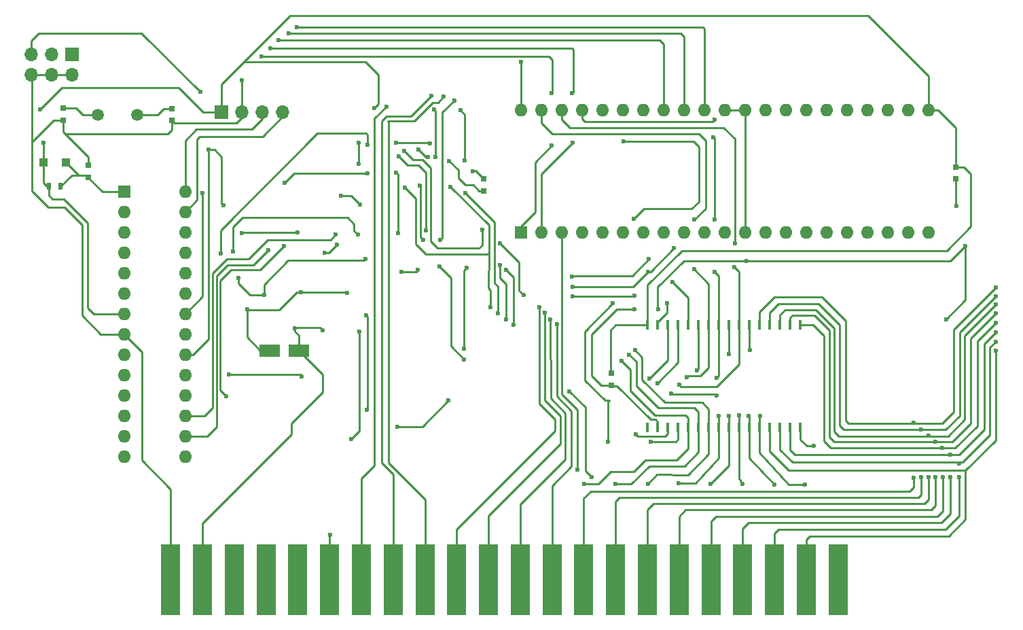
<source format=gbr>
G04 #@! TF.FileFunction,Copper,L1,Top,Signal*
%FSLAX46Y46*%
G04 Gerber Fmt 4.6, Leading zero omitted, Abs format (unit mm)*
G04 Created by KiCad (PCBNEW 4.0.7) date 07/29/18 09:02:33*
%MOMM*%
%LPD*%
G01*
G04 APERTURE LIST*
%ADD10C,0.100000*%
%ADD11R,1.600000X1.600000*%
%ADD12O,1.600000X1.600000*%
%ADD13R,0.750000X0.800000*%
%ADD14R,2.600000X1.600000*%
%ADD15R,1.100000X1.100000*%
%ADD16R,1.700000X1.700000*%
%ADD17O,1.700000X1.700000*%
%ADD18R,0.500000X0.900000*%
%ADD19C,1.500000*%
%ADD20R,2.400000X8.800000*%
%ADD21R,0.400000X1.200000*%
%ADD22C,0.600000*%
%ADD23C,0.250000*%
G04 APERTURE END LIST*
D10*
D11*
X109080300Y-60985400D03*
D12*
X159880300Y-45745400D03*
X111620300Y-60985400D03*
X157340300Y-45745400D03*
X114160300Y-60985400D03*
X154800300Y-45745400D03*
X116700300Y-60985400D03*
X152260300Y-45745400D03*
X119240300Y-60985400D03*
X149720300Y-45745400D03*
X121780300Y-60985400D03*
X147180300Y-45745400D03*
X124320300Y-60985400D03*
X144640300Y-45745400D03*
X126860300Y-60985400D03*
X142100300Y-45745400D03*
X129400300Y-60985400D03*
X139560300Y-45745400D03*
X131940300Y-60985400D03*
X137020300Y-45745400D03*
X134480300Y-60985400D03*
X134480300Y-45745400D03*
X137020300Y-60985400D03*
X131940300Y-45745400D03*
X139560300Y-60985400D03*
X129400300Y-45745400D03*
X142100300Y-60985400D03*
X126860300Y-45745400D03*
X144640300Y-60985400D03*
X124320300Y-45745400D03*
X147180300Y-60985400D03*
X121780300Y-45745400D03*
X149720300Y-60985400D03*
X119240300Y-45745400D03*
X152260300Y-60985400D03*
X116700300Y-45745400D03*
X154800300Y-60985400D03*
X114160300Y-45745400D03*
X157340300Y-60985400D03*
X111620300Y-45745400D03*
X159880300Y-60985400D03*
X109080300Y-45745400D03*
D13*
X55118000Y-52678900D03*
X55118000Y-54178900D03*
X51968400Y-45541500D03*
X51968400Y-47041500D03*
X65570100Y-47079600D03*
X65570100Y-45579600D03*
D14*
X81345180Y-75717400D03*
X77745180Y-75717400D03*
D13*
X163220400Y-54356700D03*
X163220400Y-52856700D03*
X120309640Y-80043720D03*
X120309640Y-78543720D03*
X104404160Y-55817200D03*
X104404160Y-54317200D03*
D15*
X49539700Y-52273200D03*
X52339700Y-52273200D03*
D16*
X71755000Y-46062900D03*
D17*
X74295000Y-46062900D03*
X76835000Y-46062900D03*
X79375000Y-46062900D03*
D18*
X50189700Y-55295800D03*
X51689700Y-55295800D03*
D19*
X61188600Y-46329600D03*
X56308600Y-46329600D03*
D11*
X59570620Y-55918100D03*
D12*
X67190620Y-88938100D03*
X59570620Y-58458100D03*
X67190620Y-86398100D03*
X59570620Y-60998100D03*
X67190620Y-83858100D03*
X59570620Y-63538100D03*
X67190620Y-81318100D03*
X59570620Y-66078100D03*
X67190620Y-78778100D03*
X59570620Y-68618100D03*
X67190620Y-76238100D03*
X59570620Y-71158100D03*
X67190620Y-73698100D03*
X59570620Y-73698100D03*
X67190620Y-71158100D03*
X59570620Y-76238100D03*
X67190620Y-68618100D03*
X59570620Y-78778100D03*
X67190620Y-66078100D03*
X59570620Y-81318100D03*
X67190620Y-63538100D03*
X59570620Y-83858100D03*
X67190620Y-60998100D03*
X59570620Y-86398100D03*
X67190620Y-58458100D03*
X59570620Y-88938100D03*
X67190620Y-55918100D03*
D20*
X65399940Y-104279120D03*
X69359940Y-104279120D03*
X73319940Y-104279120D03*
X77279940Y-104279120D03*
X81239940Y-104279120D03*
X85199940Y-104279120D03*
X89159940Y-104279120D03*
X93119940Y-104279120D03*
X97079940Y-104279120D03*
X101039940Y-104279120D03*
X104999940Y-104279120D03*
X108959940Y-104279120D03*
X112919940Y-104279120D03*
X120839940Y-104279120D03*
X140639940Y-104279120D03*
X116879940Y-104279120D03*
X128759940Y-104279120D03*
X148559940Y-104279120D03*
X144599940Y-104279120D03*
X124799940Y-104279120D03*
X136679940Y-104279120D03*
X132719940Y-104279120D03*
D21*
X124835700Y-85343200D03*
X126105700Y-85343200D03*
X127375700Y-85343200D03*
X128645700Y-85343200D03*
X129915700Y-85343200D03*
X131185700Y-85343200D03*
X132455700Y-85343200D03*
X133725700Y-85343200D03*
X134995700Y-85343200D03*
X136265700Y-85343200D03*
X137535700Y-85343200D03*
X138805700Y-85343200D03*
X140075700Y-85343200D03*
X141345700Y-85343200D03*
X142615700Y-85343200D03*
X143885700Y-85343200D03*
X143885700Y-72543200D03*
X142615700Y-72543200D03*
X141345700Y-72543200D03*
X140075700Y-72543200D03*
X138805700Y-72543200D03*
X137535700Y-72543200D03*
X136265700Y-72543200D03*
X134995700Y-72543200D03*
X133725700Y-72543200D03*
X132455700Y-72543200D03*
X131185700Y-72543200D03*
X129915700Y-72543200D03*
X128645700Y-72543200D03*
X127375700Y-72543200D03*
X126105700Y-72543200D03*
X124835700Y-72543200D03*
D16*
X53080000Y-38810000D03*
D17*
X53080000Y-41350000D03*
X50540000Y-38810000D03*
X50540000Y-41350000D03*
X48000000Y-38810000D03*
X48000000Y-41350000D03*
D22*
X92313760Y-45318680D03*
X97845880Y-44033440D03*
X99410520Y-44089320D03*
X158899860Y-85587840D03*
X158945580Y-91531440D03*
X168264840Y-68961000D03*
X163644580Y-91531440D03*
X163644580Y-89771220D03*
X168211500Y-74622660D03*
X158021020Y-84764880D03*
X158028640Y-91559380D03*
X168264840Y-67856100D03*
X160710880Y-87061040D03*
X160710880Y-91503500D03*
X168244520Y-71120000D03*
X168211500Y-75742800D03*
X159872680Y-86365080D03*
X159872680Y-91531440D03*
X168249600Y-70027800D03*
X162582860Y-91531440D03*
X162526980Y-88681560D03*
X168226740Y-73426320D03*
X161604960Y-91531440D03*
X161549080Y-87871300D03*
X168234360Y-72245220D03*
X130675380Y-59428380D03*
X130619500Y-65603120D03*
X129753360Y-79014320D03*
X116090700Y-90525600D03*
X130982720Y-78176120D03*
X122488960Y-76220320D03*
X120802400Y-92334080D03*
X137447020Y-83840320D03*
X140634720Y-92400120D03*
X121594880Y-77002640D03*
X116890800Y-92354400D03*
X133692900Y-83875880D03*
X128727200Y-92273120D03*
X138828780Y-83850480D03*
X144414240Y-92415360D03*
X123243340Y-75661520D03*
X124876560Y-92339160D03*
X136207500Y-83781900D03*
X136672320Y-92339160D03*
X134978140Y-83875880D03*
X132664200Y-92354400D03*
X100076000Y-52100480D03*
X97495360Y-51592480D03*
X96276160Y-50698400D03*
X74942700Y-70561200D03*
X88833960Y-52486560D03*
X88849200Y-49880520D03*
X86593680Y-56418480D03*
X89001600Y-57561480D03*
X87340440Y-68564760D03*
X81612740Y-68508880D03*
X123200160Y-70591680D03*
X74264520Y-42021760D03*
X162039300Y-71856600D03*
X145580100Y-87630000D03*
X163337240Y-57724040D03*
X164454840Y-62697360D03*
X137129520Y-64541400D03*
X69342000Y-56121300D03*
X126126240Y-70591680D03*
X103022400Y-53421280D03*
X71932800Y-57645300D03*
X81158080Y-60980320D03*
X74228960Y-61102240D03*
X73842880Y-66669920D03*
X101478080Y-45789280D03*
X102047040Y-52059840D03*
X90799920Y-45491400D03*
X77022960Y-68808600D03*
X89626440Y-64358520D03*
X102260400Y-65440560D03*
X101909880Y-75514200D03*
X94137480Y-65913000D03*
X96225360Y-65684400D03*
X80886300Y-72961500D03*
X84353400Y-73228200D03*
X70104000Y-50673000D03*
X49491900Y-49872900D03*
X49149000Y-45720000D03*
X89725500Y-71361300D03*
X89801700Y-83096100D03*
X115100100Y-80810100D03*
X117881400Y-91516200D03*
X134950200Y-76192380D03*
X137576560Y-75633580D03*
X119900700Y-87134700D03*
X120510300Y-69837300D03*
X125234700Y-87096600D03*
X133162040Y-46967140D03*
X133050280Y-49146460D03*
X133162040Y-59428380D03*
X133162040Y-65910460D03*
X133441440Y-79126080D03*
X133441440Y-81305400D03*
X127797560Y-81081880D03*
X135760460Y-62390020D03*
X135676640Y-65323720D03*
X128747520Y-80020160D03*
X88887300Y-73380600D03*
X87896700Y-86715600D03*
X125082300Y-79209900D03*
X85267800Y-98679000D03*
X126034800Y-79781400D03*
X111350000Y-70340000D03*
X105240000Y-70320000D03*
X100238560Y-55331360D03*
X94604840Y-55432960D03*
X112010000Y-71030000D03*
X106199940Y-71079360D03*
X102108000Y-56123840D03*
X112720000Y-71850000D03*
X107180000Y-71830000D03*
X106436160Y-65044320D03*
X93817440Y-51551840D03*
X97170240Y-60797440D03*
X113530000Y-72480000D03*
X107167680Y-65633600D03*
X108140000Y-72560000D03*
X94465140Y-50850800D03*
X104200960Y-60675520D03*
X69070000Y-43510000D03*
X78828900Y-37071300D03*
X77571600Y-63207900D03*
X80124300Y-36233100D03*
X85953600Y-61264800D03*
X81089500Y-35420300D03*
X72313800Y-81381600D03*
X79476600Y-62750700D03*
X77838300Y-38061900D03*
X115443000Y-43662600D03*
X115481100Y-49872900D03*
X106456480Y-62362080D03*
X81724500Y-78981300D03*
X72656700Y-78752700D03*
X109362240Y-68844160D03*
X112890300Y-50215800D03*
X112890300Y-43700700D03*
X76733400Y-39090600D03*
X93692980Y-61104780D03*
X93497400Y-53568600D03*
X89954100Y-53682900D03*
X79629000Y-54864000D03*
X73131680Y-63357760D03*
X88696800Y-61285120D03*
X96885760Y-61976000D03*
X96479360Y-55148480D03*
X109042200Y-39738300D03*
X71589900Y-63627000D03*
X89877900Y-50101500D03*
X93459300Y-49872900D03*
X97726500Y-49949100D03*
X93611700Y-85191600D03*
X100012500Y-81953100D03*
X115458240Y-67828160D03*
X123367800Y-86182200D03*
X124891800Y-65913000D03*
X128130300Y-62979300D03*
X115437920Y-66487040D03*
X125008640Y-64333120D03*
X121846340Y-49705260D03*
X123103640Y-59344560D03*
X127909320Y-67167760D03*
X127284480Y-69860160D03*
X123200160Y-68864480D03*
X115458240Y-68945760D03*
X98999040Y-61955680D03*
X100766880Y-44561760D03*
X101981000Y-76835000D03*
X98879660Y-65239900D03*
X98374200Y-51587400D03*
X98221800Y-45681900D03*
X86144100Y-62560200D03*
X84620100Y-63588900D03*
D23*
X89159940Y-91667740D02*
X89159940Y-104279120D01*
X90805000Y-90022680D02*
X89159940Y-91667740D01*
X90805000Y-46827440D02*
X90805000Y-90022680D01*
X92313760Y-45318680D02*
X90805000Y-46827440D01*
X93096080Y-91140280D02*
X93096080Y-104255260D01*
X97845880Y-44033440D02*
X95331280Y-46548040D01*
X95331280Y-46548040D02*
X92313760Y-46548040D01*
X92313760Y-46548040D02*
X91699080Y-47162720D01*
X91699080Y-47162720D02*
X91699080Y-89743280D01*
X91699080Y-89743280D02*
X93096080Y-91140280D01*
X93096080Y-91140280D02*
X93119940Y-91164140D01*
X97079940Y-94255460D02*
X97079940Y-104279120D01*
X92577920Y-89753440D02*
X97079940Y-94255460D01*
X92577920Y-47307078D02*
X92577920Y-89753440D01*
X92423402Y-47152560D02*
X92577920Y-47307078D01*
X95737680Y-47152560D02*
X92423402Y-47152560D01*
X98084640Y-44805600D02*
X95737680Y-47152560D01*
X98694240Y-44805600D02*
X98084640Y-44805600D01*
X99410520Y-44089320D02*
X98694240Y-44805600D01*
X158899860Y-85587840D02*
X158899860Y-85608160D01*
X158899860Y-85608160D02*
X158899860Y-85587840D01*
X158899860Y-85587840D02*
X158899860Y-85608160D01*
X120839940Y-104279120D02*
X120839940Y-94577460D01*
X158945580Y-93687900D02*
X158945580Y-91531440D01*
X158587440Y-94046040D02*
X158945580Y-93687900D01*
X121371360Y-94046040D02*
X158587440Y-94046040D01*
X120839940Y-94577460D02*
X121371360Y-94046040D01*
X140075700Y-72543200D02*
X140075700Y-71038940D01*
X163728400Y-73497440D02*
X168264840Y-68961000D01*
X163728400Y-83847940D02*
X163728400Y-73497440D01*
X161968180Y-85608160D02*
X163728400Y-83847940D01*
X149255480Y-85608160D02*
X158899860Y-85608160D01*
X158899860Y-85608160D02*
X161968180Y-85608160D01*
X148752560Y-85105240D02*
X149255480Y-85608160D01*
X148752560Y-72532240D02*
X148752560Y-85105240D01*
X146154140Y-69933820D02*
X148752560Y-72532240D01*
X141180820Y-69933820D02*
X146154140Y-69933820D01*
X140075700Y-71038940D02*
X141180820Y-69933820D01*
X140639940Y-104279120D02*
X140639940Y-98498520D01*
X140639940Y-98498520D02*
X141152880Y-97985580D01*
X141152880Y-97985580D02*
X161996120Y-97985580D01*
X161996120Y-97985580D02*
X163644580Y-96337120D01*
X163644580Y-96337120D02*
X163644580Y-91531440D01*
X163644580Y-89771220D02*
X163644580Y-89659460D01*
X163644580Y-89659460D02*
X163644580Y-89771220D01*
X163644580Y-89771220D02*
X163644580Y-89659460D01*
X141345700Y-85343200D02*
X141345700Y-88120000D01*
X167500300Y-75333860D02*
X168211500Y-74622660D01*
X167500300Y-86278720D02*
X167500300Y-75333860D01*
X164119560Y-89659460D02*
X167500300Y-86278720D01*
X142885160Y-89659460D02*
X163644580Y-89659460D01*
X163644580Y-89659460D02*
X164119560Y-89659460D01*
X141345700Y-88120000D02*
X142885160Y-89659460D01*
X116879940Y-104279120D02*
X116879940Y-94150880D01*
X158021020Y-84764880D02*
X158021020Y-84775040D01*
X158028640Y-92732860D02*
X158028640Y-91559380D01*
X157497780Y-93263720D02*
X158028640Y-92732860D01*
X117767100Y-93263720D02*
X157497780Y-93263720D01*
X116879940Y-94150880D02*
X117767100Y-93263720D01*
X138805700Y-72543200D02*
X138805700Y-70917020D01*
X162986720Y-73134220D02*
X168264840Y-67856100D01*
X162986720Y-83332320D02*
X162986720Y-73134220D01*
X161544000Y-84775040D02*
X162986720Y-83332320D01*
X149880320Y-84775040D02*
X158021020Y-84775040D01*
X158021020Y-84775040D02*
X161544000Y-84775040D01*
X149534880Y-84429600D02*
X149880320Y-84775040D01*
X149534880Y-71993760D02*
X149534880Y-84429600D01*
X146588480Y-69047360D02*
X149534880Y-71993760D01*
X140675360Y-69047360D02*
X146588480Y-69047360D01*
X138805700Y-70917020D02*
X140675360Y-69047360D01*
X128759940Y-104279120D02*
X128759940Y-96380580D01*
X160710880Y-95023940D02*
X160710880Y-91503500D01*
X160152080Y-95582740D02*
X160710880Y-95023940D01*
X129557780Y-95582740D02*
X160152080Y-95582740D01*
X128759940Y-96380580D02*
X129557780Y-95582740D01*
X160710880Y-87061040D02*
X160710880Y-87088980D01*
X160710880Y-87088980D02*
X160710880Y-87061040D01*
X160710880Y-87061040D02*
X160710880Y-87088980D01*
X142615700Y-72543200D02*
X142615700Y-71600280D01*
X165097460Y-74267060D02*
X168244520Y-71120000D01*
X165097460Y-84769960D02*
X165097460Y-74267060D01*
X162778440Y-87088980D02*
X165097460Y-84769960D01*
X148071840Y-87088980D02*
X160710880Y-87088980D01*
X160710880Y-87088980D02*
X162778440Y-87088980D01*
X147495260Y-86512400D02*
X148071840Y-87088980D01*
X147495260Y-73230740D02*
X147495260Y-86512400D01*
X145595340Y-71330820D02*
X147495260Y-73230740D01*
X142885160Y-71330820D02*
X145595340Y-71330820D01*
X142615700Y-71600280D02*
X142885160Y-71330820D01*
X144599940Y-104279120D02*
X144599940Y-99288320D01*
X164454840Y-96784160D02*
X164454840Y-90665300D01*
X162415220Y-98823780D02*
X164454840Y-96784160D01*
X145064480Y-98823780D02*
X162415220Y-98823780D01*
X144599940Y-99288320D02*
X145064480Y-98823780D01*
X140075700Y-85343200D02*
X140075700Y-88302880D01*
X168211500Y-86908640D02*
X168211500Y-75742800D01*
X164454840Y-90665300D02*
X168211500Y-86908640D01*
X142438120Y-90665300D02*
X164454840Y-90665300D01*
X140075700Y-88302880D02*
X142438120Y-90665300D01*
X124799940Y-104279120D02*
X124799940Y-95562840D01*
X159872680Y-94269560D02*
X159872680Y-91531440D01*
X159369760Y-94772480D02*
X159872680Y-94269560D01*
X125590300Y-94772480D02*
X159369760Y-94772480D01*
X124799940Y-95562840D02*
X125590300Y-94772480D01*
X159872680Y-86365080D02*
X159872680Y-86390480D01*
X159872680Y-86390480D02*
X159872680Y-86365080D01*
X159872680Y-86365080D02*
X159872680Y-86390480D01*
X141345700Y-72543200D02*
X141345700Y-71277700D01*
X164371020Y-73906380D02*
X168249600Y-70027800D01*
X164371020Y-84322920D02*
X164371020Y-73906380D01*
X162303460Y-86390480D02*
X164371020Y-84322920D01*
X148638260Y-86390480D02*
X159872680Y-86390480D01*
X159872680Y-86390480D02*
X162303460Y-86390480D01*
X148109940Y-85862160D02*
X148638260Y-86390480D01*
X148109940Y-72951340D02*
X148109940Y-85862160D01*
X145818860Y-70660260D02*
X148109940Y-72951340D01*
X141963140Y-70660260D02*
X145818860Y-70660260D01*
X141345700Y-71277700D02*
X141963140Y-70660260D01*
X136679940Y-104279120D02*
X136679940Y-97904300D01*
X136679940Y-97904300D02*
X137380980Y-97203260D01*
X137380980Y-97203260D02*
X161465260Y-97203260D01*
X161465260Y-97203260D02*
X162582860Y-96085660D01*
X162582860Y-96085660D02*
X162582860Y-91531440D01*
X142615700Y-85343200D02*
X142615700Y-88132700D01*
X166773860Y-74879200D02*
X168226740Y-73426320D01*
X166773860Y-85552280D02*
X166773860Y-74879200D01*
X163644580Y-88681560D02*
X166773860Y-85552280D01*
X143164560Y-88681560D02*
X162526980Y-88681560D01*
X162526980Y-88681560D02*
X163644580Y-88681560D01*
X142615700Y-88132700D02*
X143164560Y-88681560D01*
X132719940Y-104279120D02*
X132719940Y-97030680D01*
X132719940Y-97030680D02*
X133357620Y-96393000D01*
X133357620Y-96393000D02*
X160934400Y-96393000D01*
X160934400Y-96393000D02*
X161604960Y-95722440D01*
X161604960Y-95722440D02*
X161604960Y-91531440D01*
X161549080Y-87871300D02*
X161549080Y-87899240D01*
X161549080Y-87899240D02*
X161549080Y-87871300D01*
X161549080Y-87871300D02*
X161549080Y-87899240D01*
X143885700Y-72543200D02*
X145438660Y-72543200D01*
X165935660Y-74543920D02*
X168234360Y-72245220D01*
X165935660Y-85161120D02*
X165935660Y-74543920D01*
X163197540Y-87899240D02*
X165935660Y-85161120D01*
X147662900Y-87899240D02*
X161549080Y-87899240D01*
X161549080Y-87899240D02*
X163197540Y-87899240D01*
X146796760Y-87033100D02*
X147662900Y-87899240D01*
X146796760Y-73901300D02*
X146796760Y-87033100D01*
X145438660Y-72543200D02*
X146796760Y-73901300D01*
X157340300Y-60985400D02*
X157340300Y-60261500D01*
X132455700Y-72543200D02*
X132455700Y-67439320D01*
X111620300Y-47386240D02*
X111620300Y-45745400D01*
X112989360Y-48755300D02*
X111620300Y-47386240D01*
X131234180Y-48755300D02*
X112989360Y-48755300D01*
X132072380Y-49593500D02*
X131234180Y-48755300D01*
X132072380Y-58031380D02*
X132072380Y-49593500D01*
X130675380Y-59428380D02*
X132072380Y-58031380D01*
X132455700Y-67439320D02*
X130619500Y-65603120D01*
X132455700Y-77876620D02*
X132455700Y-72543200D01*
X131429760Y-78902560D02*
X132455700Y-77876620D01*
X129865120Y-78902560D02*
X131429760Y-78902560D01*
X129753360Y-79014320D02*
X129865120Y-78902560D01*
X114160300Y-60985400D02*
X114160300Y-81165700D01*
X116090700Y-83096100D02*
X116090700Y-90525600D01*
X114160300Y-81165700D02*
X116090700Y-83096100D01*
X131185700Y-77973140D02*
X131185700Y-72543200D01*
X130982720Y-78176120D02*
X131185700Y-77973140D01*
X131185700Y-83408300D02*
X131185700Y-85343200D01*
X130647440Y-82870040D02*
X131185700Y-83408300D01*
X126149100Y-82870040D02*
X130647440Y-82870040D01*
X123410980Y-80131920D02*
X126149100Y-82870040D01*
X123410980Y-77142340D02*
X123410980Y-80131920D01*
X122488960Y-76220320D02*
X123410980Y-77142340D01*
X131185700Y-85343200D02*
X131185700Y-88384600D01*
X122793760Y-92334080D02*
X120802400Y-92334080D01*
X125082300Y-90144600D02*
X122793760Y-92334080D01*
X129425700Y-90144600D02*
X125082300Y-90144600D01*
X131185700Y-88384600D02*
X129425700Y-90144600D01*
X137517920Y-83911220D02*
X137535700Y-85343200D01*
X137447020Y-83840320D02*
X137517920Y-83911220D01*
X137535700Y-85343200D02*
X137535700Y-89148700D01*
X137535700Y-89148700D02*
X140634720Y-92400120D01*
X129915700Y-84149980D02*
X129915700Y-85343200D01*
X129529840Y-83764120D02*
X129915700Y-84149980D01*
X125702060Y-83764120D02*
X129529840Y-83764120D01*
X122712480Y-80774540D02*
X125702060Y-83764120D01*
X122712480Y-78120240D02*
X122712480Y-80774540D01*
X121594880Y-77002640D02*
X122712480Y-78120240D01*
X129915700Y-85343200D02*
X129915700Y-87940100D01*
X118681500Y-92354400D02*
X116890800Y-92354400D01*
X120205500Y-90830400D02*
X118681500Y-92354400D01*
X123139200Y-90830400D02*
X120205500Y-90830400D01*
X124548900Y-89420700D02*
X123139200Y-90830400D01*
X128435100Y-89420700D02*
X124548900Y-89420700D01*
X129915700Y-87940100D02*
X128435100Y-89420700D01*
X133725700Y-83908680D02*
X133725700Y-85343200D01*
X133692900Y-83875880D02*
X133725700Y-83908680D01*
X133725700Y-85343200D02*
X133725700Y-89121200D01*
X130799840Y-92273120D02*
X128727200Y-92273120D01*
X133725700Y-89121200D02*
X130799840Y-92273120D01*
X138805700Y-83873560D02*
X138805700Y-85343200D01*
X138828780Y-83850480D02*
X138805700Y-83873560D01*
X138805700Y-85343200D02*
X138805700Y-88475600D01*
X142433040Y-92400120D02*
X144414240Y-92415360D01*
X138805700Y-88475600D02*
X142433040Y-92400120D01*
X132455700Y-83001900D02*
X132455700Y-85343200D01*
X131681220Y-82227420D02*
X132455700Y-83001900D01*
X126987300Y-82227420D02*
X131681220Y-82227420D01*
X124137420Y-79377540D02*
X126987300Y-82227420D01*
X124137420Y-76555600D02*
X124137420Y-79377540D01*
X123243340Y-75661520D02*
X124137420Y-76555600D01*
X132455700Y-85343200D02*
X132455700Y-88638600D01*
X126019560Y-91196160D02*
X124876560Y-92339160D01*
X129882900Y-91211400D02*
X126019560Y-91196160D01*
X132455700Y-88638600D02*
X129882900Y-91211400D01*
X136207500Y-83781900D02*
X136265700Y-83840100D01*
X136265700Y-83840100D02*
X136265700Y-85343200D01*
X136265700Y-85343200D02*
X136265700Y-91688700D01*
X136265700Y-91688700D02*
X136672320Y-92339160D01*
X134978140Y-85325640D02*
X134978140Y-83875880D01*
X134978140Y-85325640D02*
X134995700Y-85343200D01*
X134995700Y-85343200D02*
X134995700Y-90022900D01*
X134995700Y-90022900D02*
X132664200Y-92354400D01*
X65399940Y-104279120D02*
X65399940Y-93029940D01*
X61780000Y-75907480D02*
X59570620Y-73698100D01*
X61780000Y-89410000D02*
X61780000Y-75907480D01*
X65399940Y-93029940D02*
X61780000Y-89410000D01*
X50540000Y-41350000D02*
X53080000Y-41350000D01*
X48000000Y-41350000D02*
X50540000Y-41350000D01*
X48082200Y-49796700D02*
X48072200Y-41422200D01*
X48072200Y-41422200D02*
X48000000Y-41350000D01*
X103813040Y-55817200D02*
X104404160Y-55817200D01*
X103103680Y-55107840D02*
X103813040Y-55817200D01*
X102087680Y-55107840D02*
X103103680Y-55107840D01*
X101234240Y-54254400D02*
X102087680Y-55107840D01*
X101234240Y-53258720D02*
X101234240Y-54254400D01*
X100076000Y-52100480D02*
X101234240Y-53258720D01*
X97170240Y-51592480D02*
X97495360Y-51592480D01*
X96276160Y-50698400D02*
X97170240Y-51592480D01*
X134480300Y-45745400D02*
X137020300Y-45745400D01*
X77745180Y-75717400D02*
X76583540Y-75717400D01*
X76583540Y-75717400D02*
X74942700Y-74076560D01*
X74942700Y-74076560D02*
X74942700Y-70561200D01*
X81071720Y-68508880D02*
X81612740Y-68508880D01*
X78943200Y-70637400D02*
X81071720Y-68508880D01*
X75018900Y-70637400D02*
X78943200Y-70637400D01*
X74942700Y-70561200D02*
X75018900Y-70637400D01*
X88833960Y-49895760D02*
X88833960Y-52486560D01*
X88849200Y-49880520D02*
X88833960Y-49895760D01*
X87858600Y-56418480D02*
X86593680Y-56418480D01*
X89001600Y-57561480D02*
X87858600Y-56418480D01*
X87340440Y-68564760D02*
X87284560Y-68508880D01*
X87284560Y-68508880D02*
X81612740Y-68508880D01*
X120309640Y-80043720D02*
X119017480Y-80043720D01*
X119017480Y-80043720D02*
X117896640Y-78922880D01*
X117896640Y-78922880D02*
X117896640Y-73720960D01*
X117896640Y-73720960D02*
X121025920Y-70591680D01*
X121025920Y-70591680D02*
X123200160Y-70591680D01*
X126105700Y-85343200D02*
X126105700Y-84663500D01*
X120964960Y-80114140D02*
X120380060Y-80114140D01*
X125194060Y-84343240D02*
X120964960Y-80114140D01*
X125785440Y-84343240D02*
X125194060Y-84343240D01*
X126105700Y-84663500D02*
X125785440Y-84343240D01*
X120380060Y-80114140D02*
X120309640Y-80043720D01*
X74295000Y-42052240D02*
X74295000Y-46062900D01*
X74264520Y-42021760D02*
X74295000Y-42052240D01*
X143885700Y-85343200D02*
X143885700Y-86811900D01*
X164454840Y-69441060D02*
X164454840Y-62697360D01*
X162039300Y-71856600D02*
X164454840Y-69441060D01*
X144703800Y-87630000D02*
X145580100Y-87630000D01*
X143885700Y-86811900D02*
X144703800Y-87630000D01*
X137020300Y-45745400D02*
X137020300Y-60985400D01*
X137129520Y-64541400D02*
X162554920Y-64541400D01*
X163220400Y-57607200D02*
X163220400Y-54356700D01*
X163337240Y-57724040D02*
X163220400Y-57607200D01*
X164398960Y-62697360D02*
X164454840Y-62697360D01*
X162554920Y-64541400D02*
X164398960Y-62697360D01*
X129362200Y-64541400D02*
X137129520Y-64541400D01*
X120309640Y-80043720D02*
X120309640Y-80109060D01*
X126121160Y-85327740D02*
X126105700Y-85343200D01*
X67190620Y-71158100D02*
X67190620Y-71150480D01*
X67190620Y-71150480D02*
X69342000Y-68999100D01*
X69342000Y-68999100D02*
X69342000Y-56121300D01*
X51968400Y-47041500D02*
X50837400Y-47041500D01*
X56667400Y-73698100D02*
X59570620Y-73698100D01*
X54330600Y-71361300D02*
X56667400Y-73698100D01*
X54330600Y-60121800D02*
X54330600Y-64427100D01*
X54330600Y-64427100D02*
X54330600Y-71361300D01*
X52120800Y-57912000D02*
X54330600Y-60121800D01*
X50101500Y-57912000D02*
X52120800Y-57912000D01*
X48082200Y-55892700D02*
X50101500Y-57912000D01*
X48082200Y-49796700D02*
X48082200Y-55892700D01*
X50837400Y-47041500D02*
X48082200Y-49796700D01*
X74295000Y-46062900D02*
X74295000Y-46672500D01*
X74295000Y-46672500D02*
X73571100Y-47396400D01*
X73571100Y-47396400D02*
X65886900Y-47396400D01*
X65886900Y-47396400D02*
X65570100Y-47079600D01*
X65570100Y-47079600D02*
X65570100Y-48196500D01*
X64998600Y-48768000D02*
X52235100Y-48768000D01*
X65570100Y-48196500D02*
X64998600Y-48768000D01*
X51968400Y-47041500D02*
X51968400Y-48501300D01*
X55118000Y-51650900D02*
X55118000Y-52678900D01*
X51968400Y-48501300D02*
X52235100Y-48768000D01*
X52235100Y-48768000D02*
X55118000Y-51650900D01*
X126126240Y-70591680D02*
X126105700Y-70591680D01*
X126105700Y-70591680D02*
X126126240Y-70591680D01*
X126126240Y-70591680D02*
X126105700Y-70591680D01*
X126105700Y-70591680D02*
X126105700Y-67797900D01*
X126105700Y-67797900D02*
X129362200Y-64541400D01*
X103386320Y-53299360D02*
X104404160Y-54317200D01*
X103144320Y-53299360D02*
X103386320Y-53299360D01*
X103022400Y-53421280D02*
X103144320Y-53299360D01*
X70827900Y-50673000D02*
X70104000Y-50673000D01*
X71742300Y-51587400D02*
X70827900Y-50673000D01*
X71742300Y-57454800D02*
X71742300Y-51587400D01*
X71932800Y-57645300D02*
X71742300Y-57454800D01*
X69359940Y-104279120D02*
X69359940Y-97274220D01*
X84322920Y-78695140D02*
X81345180Y-75717400D01*
X84322920Y-80914240D02*
X84322920Y-78695140D01*
X80467200Y-84769960D02*
X84322920Y-80914240D01*
X80467200Y-86166960D02*
X80467200Y-84769960D01*
X69359940Y-97274220D02*
X80467200Y-86166960D01*
X81345180Y-75717400D02*
X81345180Y-73829320D01*
X80886300Y-73370440D02*
X80886300Y-72961500D01*
X81345180Y-73829320D02*
X80886300Y-73370440D01*
X77022960Y-68808600D02*
X75290680Y-68808600D01*
X74350880Y-60980320D02*
X81158080Y-60980320D01*
X74228960Y-61102240D02*
X74350880Y-60980320D01*
X73842880Y-67360800D02*
X73842880Y-66669920D01*
X75290680Y-68808600D02*
X73842880Y-67360800D01*
X102047040Y-46358240D02*
X102047040Y-52059840D01*
X102047040Y-46358240D02*
X101478080Y-45789280D01*
X74531220Y-39799260D02*
X89695020Y-39799260D01*
X91257120Y-45034200D02*
X90799920Y-45491400D01*
X91257120Y-41361360D02*
X91257120Y-45034200D01*
X89695020Y-39799260D02*
X91257120Y-41361360D01*
X77022960Y-67497960D02*
X77022960Y-68808600D01*
X80010000Y-64510920D02*
X77022960Y-67497960D01*
X89474040Y-64510920D02*
X80010000Y-64510920D01*
X89626440Y-64358520D02*
X89474040Y-64510920D01*
X101909880Y-65791080D02*
X101909880Y-75514200D01*
X101909880Y-65791080D02*
X102260400Y-65440560D01*
X95996760Y-65913000D02*
X94137480Y-65913000D01*
X96225360Y-65684400D02*
X95996760Y-65913000D01*
X80962500Y-72885300D02*
X80886300Y-72961500D01*
X84010500Y-72885300D02*
X80962500Y-72885300D01*
X84353400Y-73228200D02*
X84010500Y-72885300D01*
X124835700Y-72543200D02*
X120823520Y-72543200D01*
X120197880Y-73168840D02*
X120197880Y-78431960D01*
X120823520Y-72543200D02*
X120197880Y-73168840D01*
X120197880Y-78431960D02*
X120309640Y-78543720D01*
X124835700Y-72543200D02*
X124835700Y-67559140D01*
X164225540Y-52856700D02*
X163220400Y-52856700D01*
X165125400Y-53756560D02*
X164225540Y-52856700D01*
X165125400Y-60294520D02*
X165125400Y-53756560D01*
X162107880Y-63312040D02*
X165125400Y-60294520D01*
X129082800Y-63312040D02*
X162107880Y-63312040D01*
X124835700Y-67559140D02*
X129082800Y-63312040D01*
X159880300Y-45745400D02*
X159880300Y-41582340D01*
X71755000Y-42575480D02*
X71755000Y-46062900D01*
X80299560Y-34030920D02*
X74531220Y-39799260D01*
X74531220Y-39799260D02*
X71755000Y-42575480D01*
X152328880Y-34030920D02*
X80299560Y-34030920D01*
X159880300Y-41582340D02*
X152328880Y-34030920D01*
X67190620Y-76238100D02*
X68199000Y-76238100D01*
X68199000Y-76238100D02*
X70104000Y-74333100D01*
X70104000Y-74333100D02*
X70104000Y-50673000D01*
X59570620Y-71158100D02*
X55765700Y-71158100D01*
X50189700Y-56400000D02*
X50189700Y-55295800D01*
X50673000Y-56883300D02*
X50189700Y-56400000D01*
X52072540Y-56883300D02*
X50673000Y-56883300D01*
X55051960Y-59862720D02*
X52072540Y-56883300D01*
X55051960Y-70444360D02*
X55051960Y-59862720D01*
X55765700Y-71158100D02*
X55051960Y-70444360D01*
X49539700Y-52273200D02*
X49539700Y-54866080D01*
X49539700Y-54866080D02*
X49969420Y-55295800D01*
X49969420Y-55295800D02*
X50189700Y-55295800D01*
X71755000Y-46062900D02*
X69456300Y-46062900D01*
X49539700Y-49920700D02*
X49539700Y-52273200D01*
X49491900Y-49872900D02*
X49539700Y-49920700D01*
X51854100Y-43014900D02*
X49149000Y-45720000D01*
X66408300Y-43014900D02*
X51854100Y-43014900D01*
X69456300Y-46062900D02*
X66408300Y-43014900D01*
X159880300Y-45745400D02*
X161025840Y-45745400D01*
X161025840Y-45745400D02*
X163220400Y-47939960D01*
X163220400Y-47939960D02*
X163220400Y-52856700D01*
X89954100Y-71589900D02*
X89725500Y-71361300D01*
X89954100Y-82943700D02*
X89954100Y-71589900D01*
X89801700Y-83096100D02*
X89954100Y-82943700D01*
X117081300Y-82791300D02*
X115100100Y-80810100D01*
X117081300Y-90716100D02*
X117081300Y-82791300D01*
X117881400Y-91516200D02*
X117081300Y-90716100D01*
X134995700Y-72543200D02*
X134995700Y-76146880D01*
X134995700Y-76146880D02*
X134950200Y-76192380D01*
X137535700Y-75592720D02*
X137535700Y-72543200D01*
X137576560Y-75633580D02*
X137535700Y-75592720D01*
X56308600Y-46329600D02*
X54406800Y-46329600D01*
X53618700Y-45541500D02*
X51968400Y-45541500D01*
X54406800Y-46329600D02*
X53618700Y-45541500D01*
X61188600Y-46329600D02*
X63741300Y-46329600D01*
X64491300Y-45579600D02*
X65570100Y-45579600D01*
X63741300Y-46329600D02*
X64491300Y-45579600D01*
X119900700Y-82143600D02*
X119900700Y-87134700D01*
X120091200Y-81953100D02*
X119900700Y-82143600D01*
X119519700Y-81953100D02*
X120091200Y-81953100D01*
X117005100Y-79438500D02*
X119519700Y-81953100D01*
X117005100Y-73342500D02*
X117005100Y-79438500D01*
X120510300Y-69837300D02*
X117005100Y-73342500D01*
X128645700Y-86771700D02*
X128645700Y-85343200D01*
X128320800Y-87096600D02*
X128645700Y-86771700D01*
X125234700Y-87096600D02*
X128320800Y-87096600D01*
X119240300Y-45745400D02*
X119240300Y-46494700D01*
X133725700Y-72543200D02*
X133725700Y-66474120D01*
X116700300Y-46906180D02*
X116700300Y-45745400D01*
X116981818Y-47187698D02*
X116700300Y-46906180D01*
X132941482Y-47187698D02*
X116981818Y-47187698D01*
X133162040Y-46967140D02*
X132941482Y-47187698D01*
X133189980Y-49286160D02*
X133050280Y-49146460D01*
X133189980Y-59400440D02*
X133189980Y-49286160D01*
X133162040Y-59428380D02*
X133189980Y-59400440D01*
X133725700Y-66474120D02*
X133162040Y-65910460D01*
X116700300Y-45745400D02*
X116332000Y-45745400D01*
X133725700Y-78841820D02*
X133725700Y-72543200D01*
X133441440Y-79126080D02*
X133725700Y-78841820D01*
X133329680Y-81193640D02*
X133441440Y-81305400D01*
X127909320Y-81193640D02*
X133329680Y-81193640D01*
X127797560Y-81081880D02*
X127909320Y-81193640D01*
X136265700Y-72543200D02*
X136265700Y-65912780D01*
X114160300Y-46964600D02*
X114160300Y-45745400D01*
X115140740Y-47945040D02*
X114160300Y-46964600D01*
X134307580Y-47945040D02*
X115140740Y-47945040D01*
X135732520Y-49369980D02*
X134307580Y-47945040D01*
X135732520Y-62362080D02*
X135732520Y-49369980D01*
X135760460Y-62390020D02*
X135732520Y-62362080D01*
X136265700Y-65912780D02*
X135676640Y-65323720D01*
X136265700Y-77419420D02*
X136265700Y-72543200D01*
X133441440Y-80243680D02*
X136265700Y-77419420D01*
X128971040Y-80243680D02*
X133441440Y-80243680D01*
X128747520Y-80020160D02*
X128971040Y-80243680D01*
X127375700Y-72543200D02*
X127375700Y-76916500D01*
X88887300Y-85725000D02*
X88887300Y-73380600D01*
X87896700Y-86715600D02*
X88887300Y-85725000D01*
X127375700Y-76916500D02*
X125082300Y-79209900D01*
X53939900Y-53873400D02*
X53112100Y-53873400D01*
X53112100Y-53873400D02*
X51689700Y-55295800D01*
X59570620Y-55918100D02*
X56857200Y-55918100D01*
X56857200Y-55918100D02*
X54812500Y-53873400D01*
X54812500Y-53873400D02*
X53939900Y-53873400D01*
X53939900Y-53873400D02*
X52339700Y-52273200D01*
X128645700Y-72543200D02*
X128645700Y-77170500D01*
X85199940Y-98746860D02*
X85199940Y-104279120D01*
X85267800Y-98679000D02*
X85199940Y-98746860D01*
X128645700Y-77170500D02*
X126034800Y-79781400D01*
X105030000Y-67920000D02*
X105250000Y-68210000D01*
X105250000Y-68210000D02*
X105250000Y-70340000D01*
X111350000Y-70340000D02*
X111368840Y-82395060D01*
X111368840Y-82395060D02*
X113268760Y-84294980D01*
X113268760Y-84294980D02*
X113268760Y-85747860D01*
X113268760Y-85747860D02*
X101039940Y-97976680D01*
X101039940Y-104279120D02*
X101039940Y-97976680D01*
X105030000Y-67920000D02*
X105034080Y-63540640D01*
X105250000Y-70320000D02*
X105250000Y-70340000D01*
X105240000Y-70320000D02*
X105250000Y-70320000D01*
X100238560Y-55331360D02*
X105034080Y-60126880D01*
X105034080Y-60126880D02*
X105034080Y-63540640D01*
X103210360Y-63703200D02*
X104871520Y-63703200D01*
X94604840Y-55432960D02*
X95971360Y-56799480D01*
X95971360Y-56799480D02*
X95971360Y-62443360D01*
X95971360Y-62443360D02*
X97231200Y-63703200D01*
X97231200Y-63703200D02*
X103210360Y-63703200D01*
X104871520Y-63703200D02*
X105034080Y-63540640D01*
X112011460Y-81948020D02*
X113967260Y-83903820D01*
X112010000Y-71030000D02*
X112011460Y-81948020D01*
X104999940Y-104279120D02*
X104999940Y-96307760D01*
X113967260Y-87340440D02*
X104999940Y-96307760D01*
X113967260Y-83903820D02*
X113967260Y-87340440D01*
X105750360Y-67315080D02*
X106199940Y-67764660D01*
X106199940Y-67764660D02*
X106199940Y-71079360D01*
X105750360Y-67132200D02*
X105745280Y-63489840D01*
X105750360Y-67132200D02*
X105750360Y-67315080D01*
X102108000Y-56123840D02*
X105745280Y-59761120D01*
X105745280Y-59761120D02*
X105745280Y-63489840D01*
X105745280Y-63489840D02*
X105745280Y-63515240D01*
X105745280Y-63515240D02*
X105745280Y-63520320D01*
X108959940Y-104279120D02*
X108959940Y-94890300D01*
X114581940Y-89268300D02*
X108959940Y-94890300D01*
X114581940Y-83512660D02*
X114581940Y-89268300D01*
X112737900Y-81668620D02*
X114581940Y-83512660D01*
X112720000Y-71850000D02*
X112737900Y-81668620D01*
X107210042Y-71830128D02*
X107210042Y-71830148D01*
X107180128Y-71830128D02*
X107210042Y-71830128D01*
X107180000Y-71830000D02*
X107180128Y-71830128D01*
X107228640Y-67467480D02*
X107210042Y-71830148D01*
X107210042Y-71830148D02*
X107210000Y-71840000D01*
X106436160Y-66675000D02*
X107228640Y-67467480D01*
X106436160Y-65044320D02*
X106436160Y-66675000D01*
X93817440Y-51551840D02*
X94874080Y-52608480D01*
X94874080Y-52608480D02*
X96235520Y-52608480D01*
X96235520Y-52608480D02*
X97170240Y-53543200D01*
X97170240Y-53543200D02*
X97170240Y-60797440D01*
X113529989Y-72490083D02*
X113529989Y-72480011D01*
X113529989Y-72480011D02*
X113530000Y-72480000D01*
X107167680Y-65633600D02*
X108143040Y-66608960D01*
X108143040Y-66608960D02*
X108160000Y-72530000D01*
X108160000Y-72540000D02*
X108160000Y-72530000D01*
X108140000Y-72560000D02*
X108160000Y-72540000D01*
X113529989Y-72490083D02*
X113520220Y-81445100D01*
X113520220Y-81445100D02*
X115336320Y-83261200D01*
X115336320Y-83261200D02*
X115336320Y-90162380D01*
X115336320Y-90162380D02*
X112919940Y-92578760D01*
X112919940Y-104279120D02*
X112919940Y-92578760D01*
X103713280Y-62948820D02*
X103837740Y-62948820D01*
X94465140Y-50850800D02*
X95554800Y-51940460D01*
X95554800Y-51940460D02*
X96812100Y-51940460D01*
X96812100Y-51940460D02*
X97817940Y-52946300D01*
X97817940Y-52946300D02*
X97817940Y-62110620D01*
X97817940Y-62110620D02*
X98656140Y-62948820D01*
X98656140Y-62948820D02*
X103713280Y-62948820D01*
X104200960Y-62585600D02*
X104200960Y-60675520D01*
X103837740Y-62948820D02*
X104200960Y-62585600D01*
X76835000Y-46062900D02*
X76835000Y-46875700D01*
X76835000Y-46875700D02*
X75552300Y-48158400D01*
X75552300Y-48158400D02*
X68618100Y-48158400D01*
X68618100Y-48158400D02*
X67190620Y-49585880D01*
X67190620Y-49585880D02*
X67190620Y-55918100D01*
X79375000Y-46062900D02*
X79375000Y-46545500D01*
X79375000Y-46545500D02*
X76847700Y-49072800D01*
X76847700Y-49072800D02*
X68999100Y-49072800D01*
X68999100Y-49072800D02*
X68694300Y-49377600D01*
X68694300Y-49377600D02*
X68694300Y-56954420D01*
X68694300Y-56954420D02*
X67190620Y-58458100D01*
X48000000Y-38810000D02*
X48000000Y-37170000D01*
X48970000Y-36200000D02*
X48000000Y-37170000D01*
X61760000Y-36200000D02*
X48970000Y-36200000D01*
X61760000Y-36200000D02*
X69070000Y-43510000D01*
X67190620Y-60998100D02*
X67190620Y-61081920D01*
X126860300Y-45745400D02*
X126860300Y-37592000D01*
X126339600Y-37071300D02*
X78828900Y-37071300D01*
X126860300Y-37592000D02*
X126339600Y-37071300D01*
X126791720Y-45676820D02*
X126860300Y-45745400D01*
X126735840Y-45620940D02*
X126860300Y-45745400D01*
X126860300Y-45745400D02*
X126860300Y-45554900D01*
X77571600Y-63207900D02*
X75704700Y-65074800D01*
X75704700Y-65074800D02*
X72435720Y-65074800D01*
X72435720Y-65074800D02*
X71094600Y-66415920D01*
X71094600Y-66415920D02*
X71094600Y-85229700D01*
X71094600Y-85229700D02*
X69926200Y-86398100D01*
X69926200Y-86398100D02*
X67190620Y-86398100D01*
X129400300Y-45745400D02*
X129400300Y-36664900D01*
X128968500Y-36233100D02*
X80124300Y-36233100D01*
X129400300Y-36664900D02*
X128968500Y-36233100D01*
X69608700Y-83858100D02*
X67190620Y-83858100D01*
X70599300Y-82867500D02*
X69608700Y-83858100D01*
X70599300Y-66133980D02*
X70599300Y-82867500D01*
X72420480Y-64312800D02*
X70599300Y-66133980D01*
X75095100Y-64312800D02*
X72420480Y-64312800D01*
X77495400Y-61912500D02*
X75095100Y-64312800D01*
X85305900Y-61912500D02*
X77495400Y-61912500D01*
X85953600Y-61264800D02*
X85305900Y-61912500D01*
X131940300Y-45745400D02*
X131940300Y-35648900D01*
X131711700Y-35420300D02*
X81089500Y-35420300D01*
X131940300Y-35648900D02*
X131711700Y-35420300D01*
X71567040Y-80634840D02*
X72313800Y-81381600D01*
X71567040Y-67040760D02*
X71567040Y-80634840D01*
X72892920Y-65714880D02*
X71567040Y-67040760D01*
X76512420Y-65714880D02*
X72892920Y-65714880D01*
X79476600Y-62750700D02*
X76512420Y-65714880D01*
X111620300Y-60985400D02*
X111620300Y-53733700D01*
X115366800Y-38061900D02*
X77838300Y-38061900D01*
X115557300Y-38252400D02*
X115366800Y-38061900D01*
X115557300Y-43548300D02*
X115557300Y-38252400D01*
X115443000Y-43662600D02*
X115557300Y-43548300D01*
X111620300Y-53733700D02*
X115481100Y-49872900D01*
X106456480Y-62362080D02*
X107716320Y-63621920D01*
X81724500Y-78981300D02*
X81495900Y-78752700D01*
X81495900Y-78752700D02*
X72656700Y-78752700D01*
X108833920Y-64739520D02*
X107716320Y-63621920D01*
X108833920Y-68315840D02*
X108833920Y-64739520D01*
X109362240Y-68844160D02*
X108833920Y-68315840D01*
X109080300Y-60985400D02*
X109080300Y-60236100D01*
X109080300Y-60236100D02*
X110832900Y-58483500D01*
X110832900Y-58483500D02*
X110832900Y-52273200D01*
X110832900Y-52273200D02*
X112890300Y-50215800D01*
X112890300Y-43700700D02*
X112928400Y-43662600D01*
X112928400Y-43662600D02*
X112928400Y-39471600D01*
X112928400Y-39471600D02*
X112547400Y-39090600D01*
X112547400Y-39090600D02*
X76733400Y-39090600D01*
X93692980Y-53764180D02*
X93692980Y-61104780D01*
X93497400Y-53568600D02*
X93692980Y-53764180D01*
X80810100Y-53682900D02*
X89954100Y-53682900D01*
X79629000Y-54864000D02*
X80810100Y-53682900D01*
X73152000Y-63357760D02*
X73131680Y-63357760D01*
X73172320Y-63378080D02*
X73152000Y-63357760D01*
X73172320Y-60370720D02*
X73172320Y-63378080D01*
X74350880Y-59192160D02*
X73172320Y-60370720D01*
X87436960Y-59192160D02*
X74350880Y-59192160D01*
X88229440Y-59984640D02*
X87436960Y-59192160D01*
X88229440Y-60817760D02*
X88229440Y-59984640D01*
X88696800Y-61285120D02*
X88229440Y-60817760D01*
X96865440Y-61976000D02*
X96885760Y-61976000D01*
X96540320Y-61650880D02*
X96865440Y-61976000D01*
X96540320Y-55209440D02*
X96540320Y-61650880D01*
X96479360Y-55148480D02*
X96540320Y-55209440D01*
X109080300Y-39776400D02*
X109080300Y-45745400D01*
X109042200Y-39738300D02*
X109080300Y-39776400D01*
X71589900Y-60731400D02*
X71589900Y-63627000D01*
X83629500Y-48691800D02*
X71589900Y-60731400D01*
X89725500Y-48691800D02*
X83629500Y-48691800D01*
X89954100Y-48920400D02*
X89725500Y-48691800D01*
X89954100Y-50025300D02*
X89954100Y-48920400D01*
X89877900Y-50101500D02*
X89954100Y-50025300D01*
X97650300Y-49872900D02*
X93459300Y-49872900D01*
X97726500Y-49949100D02*
X97650300Y-49872900D01*
X96774000Y-85191600D02*
X93611700Y-85191600D01*
X100012500Y-81953100D02*
X96774000Y-85191600D01*
X122996960Y-67807840D02*
X124891800Y-65913000D01*
X115478560Y-67807840D02*
X122996960Y-67807840D01*
X115458240Y-67828160D02*
X115478560Y-67807840D01*
X127375700Y-86098600D02*
X127375700Y-85343200D01*
X127025400Y-86448900D02*
X127375700Y-86098600D01*
X123634500Y-86448900D02*
X127025400Y-86448900D01*
X123367800Y-86182200D02*
X123634500Y-86448900D01*
X125196600Y-65913000D02*
X124891800Y-65913000D01*
X128130300Y-62979300D02*
X125196600Y-65913000D01*
X124305060Y-45730160D02*
X124320300Y-45745400D01*
X115437920Y-66487040D02*
X115498880Y-66426080D01*
X115498880Y-66426080D02*
X122915680Y-66426080D01*
X122915680Y-66426080D02*
X125008640Y-64333120D01*
X129915700Y-72543200D02*
X129915700Y-69174140D01*
X130535680Y-49705260D02*
X121846340Y-49705260D01*
X131206240Y-50375820D02*
X130535680Y-49705260D01*
X131206240Y-57221120D02*
X131206240Y-50375820D01*
X130340100Y-58087260D02*
X131206240Y-57221120D01*
X124360940Y-58087260D02*
X130340100Y-58087260D01*
X123103640Y-59344560D02*
X124360940Y-58087260D01*
X129915700Y-69174140D02*
X127909320Y-67167760D01*
X126105700Y-72543200D02*
X126105700Y-72217500D01*
X126105700Y-72217500D02*
X127284480Y-71038720D01*
X127284480Y-71038720D02*
X127284480Y-69860160D01*
X123200160Y-68864480D02*
X123098560Y-68966080D01*
X123098560Y-68966080D02*
X115478560Y-68966080D01*
X115478560Y-68966080D02*
X115458240Y-68945760D01*
X99263200Y-61691520D02*
X98999040Y-61955680D01*
X99263200Y-46065440D02*
X99263200Y-61691520D01*
X100766880Y-44561760D02*
X99263200Y-46065440D01*
X100332540Y-75186540D02*
X101981000Y-76835000D01*
X100332540Y-66692780D02*
X100332540Y-75186540D01*
X98879660Y-65239900D02*
X100332540Y-66692780D01*
X98374200Y-45834300D02*
X98374200Y-51587400D01*
X98221800Y-45681900D02*
X98374200Y-45834300D01*
X86144100Y-62560200D02*
X85115400Y-63588900D01*
X85115400Y-63588900D02*
X84620100Y-63588900D01*
M02*

</source>
